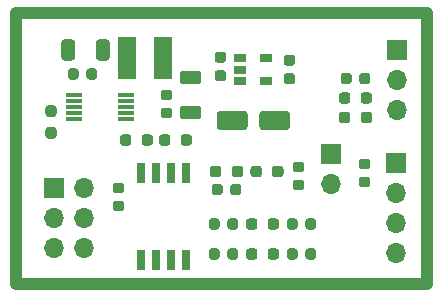
<source format=gbr>
G04 #@! TF.GenerationSoftware,KiCad,Pcbnew,(5.1.10)-1*
G04 #@! TF.CreationDate,2021-05-22T21:50:54-07:00*
G04 #@! TF.ProjectId,E-Bike,452d4269-6b65-42e6-9b69-6361645f7063,rev?*
G04 #@! TF.SameCoordinates,PX619eb90PY83695b8*
G04 #@! TF.FileFunction,Soldermask,Top*
G04 #@! TF.FilePolarity,Negative*
%FSLAX45Y45*%
G04 Gerber Fmt 4.5, Leading zero omitted, Abs format (unit mm)*
G04 Created by KiCad (PCBNEW (5.1.10)-1) date 2021-05-22 21:50:54*
%MOMM*%
%LPD*%
G01*
G04 APERTURE LIST*
%ADD10C,1.000000*%
%ADD11O,1.700000X1.700000*%
%ADD12R,1.700000X1.700000*%
%ADD13R,1.060000X0.650000*%
%ADD14R,0.650000X1.700000*%
%ADD15R,1.400000X0.300000*%
%ADD16R,1.500000X3.600000*%
G04 APERTURE END LIST*
D10*
X3479800Y0D02*
X0Y0D01*
X3479800Y2298700D02*
X3479800Y0D01*
X0Y2298700D02*
X3479800Y2298700D01*
X0Y0D02*
X0Y2298700D01*
D11*
X2667000Y850900D03*
D12*
X2667000Y1104900D03*
D11*
X571500Y304800D03*
X317500Y304800D03*
X571500Y558800D03*
X317500Y558800D03*
X571500Y812800D03*
D12*
X317500Y812800D03*
D13*
X2116600Y1911100D03*
X2116600Y1721100D03*
X1896600Y1721100D03*
X1896600Y1816100D03*
X1896600Y1911100D03*
D14*
X1054100Y936500D03*
X1181100Y936500D03*
X1308100Y936500D03*
X1435100Y936500D03*
X1435100Y206500D03*
X1308100Y206500D03*
X1181100Y206500D03*
X1054100Y206500D03*
D15*
X931200Y1598600D03*
X931200Y1548600D03*
X931200Y1498600D03*
X931200Y1448600D03*
X931200Y1398600D03*
X491200Y1398600D03*
X491200Y1448600D03*
X491200Y1498600D03*
X491200Y1548600D03*
X491200Y1598600D03*
G36*
G01*
X2078400Y976250D02*
X2078400Y928750D01*
G75*
G02*
X2054650Y905000I-23750J0D01*
G01*
X2004650Y905000D01*
G75*
G02*
X1980900Y928750I0J23750D01*
G01*
X1980900Y976250D01*
G75*
G02*
X2004650Y1000000I23750J0D01*
G01*
X2054650Y1000000D01*
G75*
G02*
X2078400Y976250I0J-23750D01*
G01*
G37*
G36*
G01*
X2260900Y976250D02*
X2260900Y928750D01*
G75*
G02*
X2237150Y905000I-23750J0D01*
G01*
X2187150Y905000D01*
G75*
G02*
X2163400Y928750I0J23750D01*
G01*
X2163400Y976250D01*
G75*
G02*
X2187150Y1000000I23750J0D01*
G01*
X2237150Y1000000D01*
G75*
G02*
X2260900Y976250I0J-23750D01*
G01*
G37*
G36*
G01*
X2125300Y230250D02*
X2125300Y277750D01*
G75*
G02*
X2149050Y301500I23750J0D01*
G01*
X2199050Y301500D01*
G75*
G02*
X2222800Y277750I0J-23750D01*
G01*
X2222800Y230250D01*
G75*
G02*
X2199050Y206500I-23750J0D01*
G01*
X2149050Y206500D01*
G75*
G02*
X2125300Y230250I0J23750D01*
G01*
G37*
G36*
G01*
X1942800Y230250D02*
X1942800Y277750D01*
G75*
G02*
X1966550Y301500I23750J0D01*
G01*
X2016550Y301500D01*
G75*
G02*
X2040300Y277750I0J-23750D01*
G01*
X2040300Y230250D01*
G75*
G02*
X2016550Y206500I-23750J0D01*
G01*
X1966550Y206500D01*
G75*
G02*
X1942800Y230250I0J23750D01*
G01*
G37*
G36*
G01*
X2125300Y484250D02*
X2125300Y531750D01*
G75*
G02*
X2149050Y555500I23750J0D01*
G01*
X2199050Y555500D01*
G75*
G02*
X2222800Y531750I0J-23750D01*
G01*
X2222800Y484250D01*
G75*
G02*
X2199050Y460500I-23750J0D01*
G01*
X2149050Y460500D01*
G75*
G02*
X2125300Y484250I0J23750D01*
G01*
G37*
G36*
G01*
X1942800Y484250D02*
X1942800Y531750D01*
G75*
G02*
X1966550Y555500I23750J0D01*
G01*
X2016550Y555500D01*
G75*
G02*
X2040300Y531750I0J-23750D01*
G01*
X2040300Y484250D01*
G75*
G02*
X2016550Y460500I-23750J0D01*
G01*
X1966550Y460500D01*
G75*
G02*
X1942800Y484250I0J23750D01*
G01*
G37*
G36*
G01*
X1820500Y928750D02*
X1820500Y976250D01*
G75*
G02*
X1844250Y1000000I23750J0D01*
G01*
X1894250Y1000000D01*
G75*
G02*
X1918000Y976250I0J-23750D01*
G01*
X1918000Y928750D01*
G75*
G02*
X1894250Y905000I-23750J0D01*
G01*
X1844250Y905000D01*
G75*
G02*
X1820500Y928750I0J23750D01*
G01*
G37*
G36*
G01*
X1638000Y928750D02*
X1638000Y976250D01*
G75*
G02*
X1661750Y1000000I23750J0D01*
G01*
X1711750Y1000000D01*
G75*
G02*
X1735500Y976250I0J-23750D01*
G01*
X1735500Y928750D01*
G75*
G02*
X1711750Y905000I-23750J0D01*
G01*
X1661750Y905000D01*
G75*
G02*
X1638000Y928750I0J23750D01*
G01*
G37*
G36*
G01*
X2912700Y1551050D02*
X2912700Y1598550D01*
G75*
G02*
X2936450Y1622300I23750J0D01*
G01*
X2986450Y1622300D01*
G75*
G02*
X3010200Y1598550I0J-23750D01*
G01*
X3010200Y1551050D01*
G75*
G02*
X2986450Y1527300I-23750J0D01*
G01*
X2936450Y1527300D01*
G75*
G02*
X2912700Y1551050I0J23750D01*
G01*
G37*
G36*
G01*
X2730200Y1551050D02*
X2730200Y1598550D01*
G75*
G02*
X2753950Y1622300I23750J0D01*
G01*
X2803950Y1622300D01*
G75*
G02*
X2827700Y1598550I0J-23750D01*
G01*
X2827700Y1551050D01*
G75*
G02*
X2803950Y1527300I-23750J0D01*
G01*
X2753950Y1527300D01*
G75*
G02*
X2730200Y1551050I0J23750D01*
G01*
G37*
G36*
G01*
X2912700Y1385950D02*
X2912700Y1433450D01*
G75*
G02*
X2936450Y1457200I23750J0D01*
G01*
X2986450Y1457200D01*
G75*
G02*
X3010200Y1433450I0J-23750D01*
G01*
X3010200Y1385950D01*
G75*
G02*
X2986450Y1362200I-23750J0D01*
G01*
X2936450Y1362200D01*
G75*
G02*
X2912700Y1385950I0J23750D01*
G01*
G37*
G36*
G01*
X2730200Y1385950D02*
X2730200Y1433450D01*
G75*
G02*
X2753950Y1457200I23750J0D01*
G01*
X2803950Y1457200D01*
G75*
G02*
X2827700Y1433450I0J-23750D01*
G01*
X2827700Y1385950D01*
G75*
G02*
X2803950Y1362200I-23750J0D01*
G01*
X2753950Y1362200D01*
G75*
G02*
X2730200Y1385950I0J23750D01*
G01*
G37*
G36*
G01*
X973500Y1242950D02*
X973500Y1195450D01*
G75*
G02*
X949750Y1171700I-23750J0D01*
G01*
X899750Y1171700D01*
G75*
G02*
X876000Y1195450I0J23750D01*
G01*
X876000Y1242950D01*
G75*
G02*
X899750Y1266700I23750J0D01*
G01*
X949750Y1266700D01*
G75*
G02*
X973500Y1242950I0J-23750D01*
G01*
G37*
G36*
G01*
X1156000Y1242950D02*
X1156000Y1195450D01*
G75*
G02*
X1132250Y1171700I-23750J0D01*
G01*
X1082250Y1171700D01*
G75*
G02*
X1058500Y1195450I0J23750D01*
G01*
X1058500Y1242950D01*
G75*
G02*
X1082250Y1266700I23750J0D01*
G01*
X1132250Y1266700D01*
G75*
G02*
X1156000Y1242950I0J-23750D01*
G01*
G37*
G36*
G01*
X1303700Y1242950D02*
X1303700Y1195450D01*
G75*
G02*
X1279950Y1171700I-23750J0D01*
G01*
X1229950Y1171700D01*
G75*
G02*
X1206200Y1195450I0J23750D01*
G01*
X1206200Y1242950D01*
G75*
G02*
X1229950Y1266700I23750J0D01*
G01*
X1279950Y1266700D01*
G75*
G02*
X1303700Y1242950I0J-23750D01*
G01*
G37*
G36*
G01*
X1486200Y1242950D02*
X1486200Y1195450D01*
G75*
G02*
X1462450Y1171700I-23750J0D01*
G01*
X1412450Y1171700D01*
G75*
G02*
X1388700Y1195450I0J23750D01*
G01*
X1388700Y1242950D01*
G75*
G02*
X1412450Y1266700I23750J0D01*
G01*
X1462450Y1266700D01*
G75*
G02*
X1486200Y1242950I0J-23750D01*
G01*
G37*
G36*
G01*
X268350Y1329100D02*
X315850Y1329100D01*
G75*
G02*
X339600Y1305350I0J-23750D01*
G01*
X339600Y1255350D01*
G75*
G02*
X315850Y1231600I-23750J0D01*
G01*
X268350Y1231600D01*
G75*
G02*
X244600Y1255350I0J23750D01*
G01*
X244600Y1305350D01*
G75*
G02*
X268350Y1329100I23750J0D01*
G01*
G37*
G36*
G01*
X268350Y1511600D02*
X315850Y1511600D01*
G75*
G02*
X339600Y1487850I0J-23750D01*
G01*
X339600Y1437850D01*
G75*
G02*
X315850Y1414100I-23750J0D01*
G01*
X268350Y1414100D01*
G75*
G02*
X244600Y1437850I0J23750D01*
G01*
X244600Y1487850D01*
G75*
G02*
X268350Y1511600I23750J0D01*
G01*
G37*
D16*
X1244700Y1917700D03*
X939700Y1917700D03*
D11*
X3225800Y1473200D03*
X3225800Y1727200D03*
D12*
X3225800Y1981200D03*
D11*
X3213100Y266700D03*
X3213100Y520700D03*
X3213100Y774700D03*
D12*
X3213100Y1028700D03*
G36*
G01*
X2380500Y279000D02*
X2380500Y229000D01*
G75*
G02*
X2358000Y206500I-22500J0D01*
G01*
X2313000Y206500D01*
G75*
G02*
X2290500Y229000I0J22500D01*
G01*
X2290500Y279000D01*
G75*
G02*
X2313000Y301500I22500J0D01*
G01*
X2358000Y301500D01*
G75*
G02*
X2380500Y279000I0J-22500D01*
G01*
G37*
G36*
G01*
X2535500Y279000D02*
X2535500Y229000D01*
G75*
G02*
X2513000Y206500I-22500J0D01*
G01*
X2468000Y206500D01*
G75*
G02*
X2445500Y229000I0J22500D01*
G01*
X2445500Y279000D01*
G75*
G02*
X2468000Y301500I22500J0D01*
G01*
X2513000Y301500D01*
G75*
G02*
X2535500Y279000I0J-22500D01*
G01*
G37*
G36*
G01*
X2380500Y533000D02*
X2380500Y483000D01*
G75*
G02*
X2358000Y460500I-22500J0D01*
G01*
X2313000Y460500D01*
G75*
G02*
X2290500Y483000I0J22500D01*
G01*
X2290500Y533000D01*
G75*
G02*
X2313000Y555500I22500J0D01*
G01*
X2358000Y555500D01*
G75*
G02*
X2380500Y533000I0J-22500D01*
G01*
G37*
G36*
G01*
X2535500Y533000D02*
X2535500Y483000D01*
G75*
G02*
X2513000Y460500I-22500J0D01*
G01*
X2468000Y460500D01*
G75*
G02*
X2445500Y483000I0J22500D01*
G01*
X2445500Y533000D01*
G75*
G02*
X2468000Y555500I22500J0D01*
G01*
X2513000Y555500D01*
G75*
G02*
X2535500Y533000I0J-22500D01*
G01*
G37*
G36*
G01*
X2362600Y881900D02*
X2412600Y881900D01*
G75*
G02*
X2435100Y859400I0J-22500D01*
G01*
X2435100Y814400D01*
G75*
G02*
X2412600Y791900I-22500J0D01*
G01*
X2362600Y791900D01*
G75*
G02*
X2340100Y814400I0J22500D01*
G01*
X2340100Y859400D01*
G75*
G02*
X2362600Y881900I22500J0D01*
G01*
G37*
G36*
G01*
X2362600Y1036900D02*
X2412600Y1036900D01*
G75*
G02*
X2435100Y1014400I0J-22500D01*
G01*
X2435100Y969400D01*
G75*
G02*
X2412600Y946900I-22500J0D01*
G01*
X2362600Y946900D01*
G75*
G02*
X2340100Y969400I0J22500D01*
G01*
X2340100Y1014400D01*
G75*
G02*
X2362600Y1036900I22500J0D01*
G01*
G37*
G36*
G01*
X2921400Y907300D02*
X2971400Y907300D01*
G75*
G02*
X2993900Y884800I0J-22500D01*
G01*
X2993900Y839800D01*
G75*
G02*
X2971400Y817300I-22500J0D01*
G01*
X2921400Y817300D01*
G75*
G02*
X2898900Y839800I0J22500D01*
G01*
X2898900Y884800D01*
G75*
G02*
X2921400Y907300I22500J0D01*
G01*
G37*
G36*
G01*
X2921400Y1062300D02*
X2971400Y1062300D01*
G75*
G02*
X2993900Y1039800I0J-22500D01*
G01*
X2993900Y994800D01*
G75*
G02*
X2971400Y972300I-22500J0D01*
G01*
X2921400Y972300D01*
G75*
G02*
X2898900Y994800I0J22500D01*
G01*
X2898900Y1039800D01*
G75*
G02*
X2921400Y1062300I22500J0D01*
G01*
G37*
G36*
G01*
X2837700Y1764900D02*
X2837700Y1714900D01*
G75*
G02*
X2815200Y1692400I-22500J0D01*
G01*
X2770200Y1692400D01*
G75*
G02*
X2747700Y1714900I0J22500D01*
G01*
X2747700Y1764900D01*
G75*
G02*
X2770200Y1787400I22500J0D01*
G01*
X2815200Y1787400D01*
G75*
G02*
X2837700Y1764900I0J-22500D01*
G01*
G37*
G36*
G01*
X2992700Y1764900D02*
X2992700Y1714900D01*
G75*
G02*
X2970200Y1692400I-22500J0D01*
G01*
X2925200Y1692400D01*
G75*
G02*
X2902700Y1714900I0J22500D01*
G01*
X2902700Y1764900D01*
G75*
G02*
X2925200Y1787400I22500J0D01*
G01*
X2970200Y1787400D01*
G75*
G02*
X2992700Y1764900I0J-22500D01*
G01*
G37*
G36*
G01*
X1720100Y279000D02*
X1720100Y229000D01*
G75*
G02*
X1697600Y206500I-22500J0D01*
G01*
X1652600Y206500D01*
G75*
G02*
X1630100Y229000I0J22500D01*
G01*
X1630100Y279000D01*
G75*
G02*
X1652600Y301500I22500J0D01*
G01*
X1697600Y301500D01*
G75*
G02*
X1720100Y279000I0J-22500D01*
G01*
G37*
G36*
G01*
X1875100Y279000D02*
X1875100Y229000D01*
G75*
G02*
X1852600Y206500I-22500J0D01*
G01*
X1807600Y206500D01*
G75*
G02*
X1785100Y229000I0J22500D01*
G01*
X1785100Y279000D01*
G75*
G02*
X1807600Y301500I22500J0D01*
G01*
X1852600Y301500D01*
G75*
G02*
X1875100Y279000I0J-22500D01*
G01*
G37*
G36*
G01*
X1720100Y533000D02*
X1720100Y483000D01*
G75*
G02*
X1697600Y460500I-22500J0D01*
G01*
X1652600Y460500D01*
G75*
G02*
X1630100Y483000I0J22500D01*
G01*
X1630100Y533000D01*
G75*
G02*
X1652600Y555500I22500J0D01*
G01*
X1697600Y555500D01*
G75*
G02*
X1720100Y533000I0J-22500D01*
G01*
G37*
G36*
G01*
X1875100Y533000D02*
X1875100Y483000D01*
G75*
G02*
X1852600Y460500I-22500J0D01*
G01*
X1807600Y460500D01*
G75*
G02*
X1785100Y483000I0J22500D01*
G01*
X1785100Y533000D01*
G75*
G02*
X1807600Y555500I22500J0D01*
G01*
X1852600Y555500D01*
G75*
G02*
X1875100Y533000I0J-22500D01*
G01*
G37*
G36*
G01*
X1810500Y775100D02*
X1810500Y825100D01*
G75*
G02*
X1833000Y847600I22500J0D01*
G01*
X1878000Y847600D01*
G75*
G02*
X1900500Y825100I0J-22500D01*
G01*
X1900500Y775100D01*
G75*
G02*
X1878000Y752600I-22500J0D01*
G01*
X1833000Y752600D01*
G75*
G02*
X1810500Y775100I0J22500D01*
G01*
G37*
G36*
G01*
X1655500Y775100D02*
X1655500Y825100D01*
G75*
G02*
X1678000Y847600I22500J0D01*
G01*
X1723000Y847600D01*
G75*
G02*
X1745500Y825100I0J-22500D01*
G01*
X1745500Y775100D01*
G75*
G02*
X1723000Y752600I-22500J0D01*
G01*
X1678000Y752600D01*
G75*
G02*
X1655500Y775100I0J22500D01*
G01*
G37*
G36*
G01*
X2286400Y1783600D02*
X2336400Y1783600D01*
G75*
G02*
X2358900Y1761100I0J-22500D01*
G01*
X2358900Y1716100D01*
G75*
G02*
X2336400Y1693600I-22500J0D01*
G01*
X2286400Y1693600D01*
G75*
G02*
X2263900Y1716100I0J22500D01*
G01*
X2263900Y1761100D01*
G75*
G02*
X2286400Y1783600I22500J0D01*
G01*
G37*
G36*
G01*
X2286400Y1938600D02*
X2336400Y1938600D01*
G75*
G02*
X2358900Y1916100I0J-22500D01*
G01*
X2358900Y1871100D01*
G75*
G02*
X2336400Y1848600I-22500J0D01*
G01*
X2286400Y1848600D01*
G75*
G02*
X2263900Y1871100I0J22500D01*
G01*
X2263900Y1916100D01*
G75*
G02*
X2286400Y1938600I22500J0D01*
G01*
G37*
G36*
G01*
X1956600Y1439300D02*
X1956600Y1329300D01*
G75*
G02*
X1931600Y1304300I-25000J0D01*
G01*
X1721600Y1304300D01*
G75*
G02*
X1696600Y1329300I0J25000D01*
G01*
X1696600Y1439300D01*
G75*
G02*
X1721600Y1464300I25000J0D01*
G01*
X1931600Y1464300D01*
G75*
G02*
X1956600Y1439300I0J-25000D01*
G01*
G37*
G36*
G01*
X2316600Y1439300D02*
X2316600Y1329300D01*
G75*
G02*
X2291600Y1304300I-25000J0D01*
G01*
X2081600Y1304300D01*
G75*
G02*
X2056600Y1329300I0J25000D01*
G01*
X2056600Y1439300D01*
G75*
G02*
X2081600Y1464300I25000J0D01*
G01*
X2291600Y1464300D01*
G75*
G02*
X2316600Y1439300I0J-25000D01*
G01*
G37*
G36*
G01*
X1702200Y1809000D02*
X1752200Y1809000D01*
G75*
G02*
X1774700Y1786500I0J-22500D01*
G01*
X1774700Y1741500D01*
G75*
G02*
X1752200Y1719000I-22500J0D01*
G01*
X1702200Y1719000D01*
G75*
G02*
X1679700Y1741500I0J22500D01*
G01*
X1679700Y1786500D01*
G75*
G02*
X1702200Y1809000I22500J0D01*
G01*
G37*
G36*
G01*
X1702200Y1964000D02*
X1752200Y1964000D01*
G75*
G02*
X1774700Y1941500I0J-22500D01*
G01*
X1774700Y1896500D01*
G75*
G02*
X1752200Y1874000I-22500J0D01*
G01*
X1702200Y1874000D01*
G75*
G02*
X1679700Y1896500I0J22500D01*
G01*
X1679700Y1941500D01*
G75*
G02*
X1702200Y1964000I22500J0D01*
G01*
G37*
G36*
G01*
X1245000Y1491500D02*
X1295000Y1491500D01*
G75*
G02*
X1317500Y1469000I0J-22500D01*
G01*
X1317500Y1424000D01*
G75*
G02*
X1295000Y1401500I-22500J0D01*
G01*
X1245000Y1401500D01*
G75*
G02*
X1222500Y1424000I0J22500D01*
G01*
X1222500Y1469000D01*
G75*
G02*
X1245000Y1491500I22500J0D01*
G01*
G37*
G36*
G01*
X1245000Y1646500D02*
X1295000Y1646500D01*
G75*
G02*
X1317500Y1624000I0J-22500D01*
G01*
X1317500Y1579000D01*
G75*
G02*
X1295000Y1556500I-22500J0D01*
G01*
X1245000Y1556500D01*
G75*
G02*
X1222500Y1579000I0J22500D01*
G01*
X1222500Y1624000D01*
G75*
G02*
X1245000Y1646500I22500J0D01*
G01*
G37*
G36*
G01*
X1408200Y1510200D02*
X1538200Y1510200D01*
G75*
G02*
X1563200Y1485200I0J-25000D01*
G01*
X1563200Y1420200D01*
G75*
G02*
X1538200Y1395200I-25000J0D01*
G01*
X1408200Y1395200D01*
G75*
G02*
X1383200Y1420200I0J25000D01*
G01*
X1383200Y1485200D01*
G75*
G02*
X1408200Y1510200I25000J0D01*
G01*
G37*
G36*
G01*
X1408200Y1805200D02*
X1538200Y1805200D01*
G75*
G02*
X1563200Y1780200I0J-25000D01*
G01*
X1563200Y1715200D01*
G75*
G02*
X1538200Y1690200I-25000J0D01*
G01*
X1408200Y1690200D01*
G75*
G02*
X1383200Y1715200I0J25000D01*
G01*
X1383200Y1780200D01*
G75*
G02*
X1408200Y1805200I25000J0D01*
G01*
G37*
G36*
G01*
X838600Y704100D02*
X888600Y704100D01*
G75*
G02*
X911100Y681600I0J-22500D01*
G01*
X911100Y636600D01*
G75*
G02*
X888600Y614100I-22500J0D01*
G01*
X838600Y614100D01*
G75*
G02*
X816100Y636600I0J22500D01*
G01*
X816100Y681600D01*
G75*
G02*
X838600Y704100I22500J0D01*
G01*
G37*
G36*
G01*
X838600Y859100D02*
X888600Y859100D01*
G75*
G02*
X911100Y836600I0J-22500D01*
G01*
X911100Y791600D01*
G75*
G02*
X888600Y769100I-22500J0D01*
G01*
X838600Y769100D01*
G75*
G02*
X816100Y791600I0J22500D01*
G01*
X816100Y836600D01*
G75*
G02*
X838600Y859100I22500J0D01*
G01*
G37*
G36*
G01*
X674200Y1916200D02*
X674200Y2046200D01*
G75*
G02*
X699200Y2071200I25000J0D01*
G01*
X764200Y2071200D01*
G75*
G02*
X789200Y2046200I0J-25000D01*
G01*
X789200Y1916200D01*
G75*
G02*
X764200Y1891200I-25000J0D01*
G01*
X699200Y1891200D01*
G75*
G02*
X674200Y1916200I0J25000D01*
G01*
G37*
G36*
G01*
X379200Y1916200D02*
X379200Y2046200D01*
G75*
G02*
X404200Y2071200I25000J0D01*
G01*
X469200Y2071200D01*
G75*
G02*
X494200Y2046200I0J-25000D01*
G01*
X494200Y1916200D01*
G75*
G02*
X469200Y1891200I-25000J0D01*
G01*
X404200Y1891200D01*
G75*
G02*
X379200Y1916200I0J25000D01*
G01*
G37*
G36*
G01*
X591300Y1753000D02*
X591300Y1803000D01*
G75*
G02*
X613800Y1825500I22500J0D01*
G01*
X658800Y1825500D01*
G75*
G02*
X681300Y1803000I0J-22500D01*
G01*
X681300Y1753000D01*
G75*
G02*
X658800Y1730500I-22500J0D01*
G01*
X613800Y1730500D01*
G75*
G02*
X591300Y1753000I0J22500D01*
G01*
G37*
G36*
G01*
X436300Y1753000D02*
X436300Y1803000D01*
G75*
G02*
X458800Y1825500I22500J0D01*
G01*
X503800Y1825500D01*
G75*
G02*
X526300Y1803000I0J-22500D01*
G01*
X526300Y1753000D01*
G75*
G02*
X503800Y1730500I-22500J0D01*
G01*
X458800Y1730500D01*
G75*
G02*
X436300Y1753000I0J22500D01*
G01*
G37*
M02*

</source>
